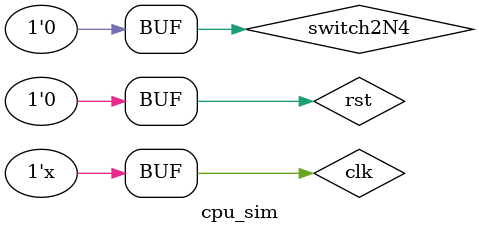
<source format=v>
`timescale 1ns / 1ps


module cpu_sim();
    // input
    reg clk = 0;
    reg rst = 1;
//    reg switch2N4 = 8'b10101100;
    reg switch2N4 = 8'b00000000;    
    // output
    wire led2N4;

    CPU_wrapper u(clk,led2N4,rst,switch2N4);
    
    initial begin
        
        #7000 rst = 0;
    end
    always #10 clk = ~clk;
endmodule

</source>
